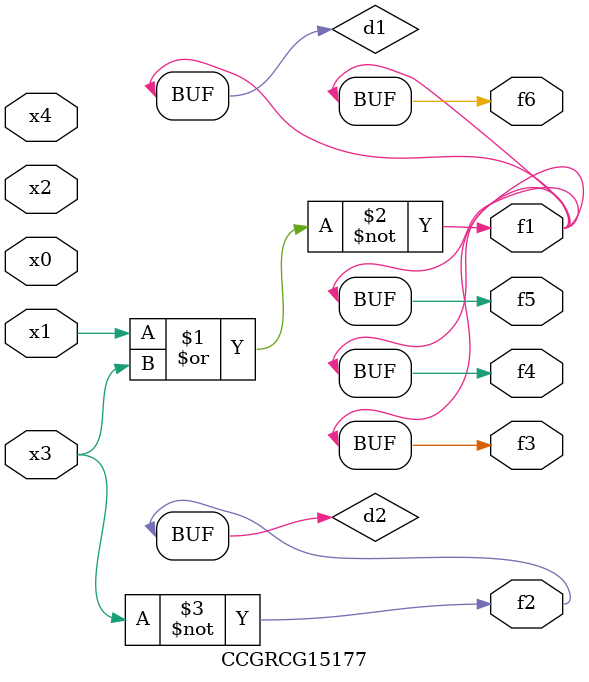
<source format=v>
module CCGRCG15177(
	input x0, x1, x2, x3, x4,
	output f1, f2, f3, f4, f5, f6
);

	wire d1, d2;

	nor (d1, x1, x3);
	not (d2, x3);
	assign f1 = d1;
	assign f2 = d2;
	assign f3 = d1;
	assign f4 = d1;
	assign f5 = d1;
	assign f6 = d1;
endmodule

</source>
